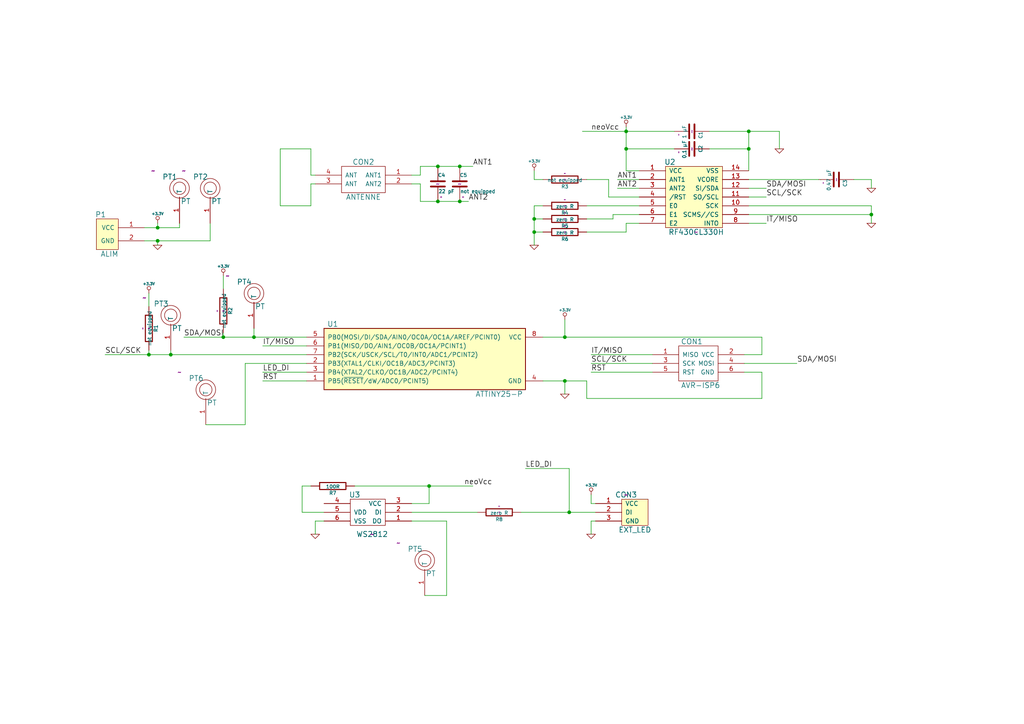
<source format=kicad_sch>
(kicad_sch (version 20230121) (generator eeschema)
  (paper "A4")
  (title_block (title "Schema Proto BuddiesJewel") (date "3 dec 2013") (rev "1.4") (company "BuddiesProjects"))
  (lib_symbols
    (symbol "BuddiesJewel-rescue:+3,3V" (power) (pin_names (offset 0))
      (property "Value" "+3,3V" (at 0 2.794 0))
      (symbol "+3,3V_0_0"
        (pin power_in line (at 0 0 90) (length 0) hide (name "+3.3V") (number "1"))
      )
      (symbol "+3,3V_0_1"
        (polyline (pts (xy 0 0) (xy 0 1.016) (xy 0 1.016)))
        (circle (center 0 1.524) (radius 0.508))
      )
    )
    (symbol "BuddiesJewel-rescue:+3.3V" (power) (pin_names (offset 0))
      (property "Value" "+3.3V" (at 0 2.794 0))
      (symbol "+3.3V_0_0"
        (pin power_in line (at 0 0 90) (length 0) hide (name "+3.3V") (number "1"))
      )
      (symbol "+3.3V_0_1"
        (polyline (pts (xy 0 0) (xy 0 1.016) (xy 0 1.016)))
        (circle (center 0 1.524) (radius 0.508))
      )
    )
    (symbol "BuddiesJewel-rescue:ALIM" (pin_names (offset 1.016))
      (property "Reference" "P" (at 0 -1.27 0))
      (property "Value" "ALIM" (at 2.54 -12.7 0))
      (symbol "ALIM_0_1"
        (rectangle (start 5.08 -2.54) (end -1.27 -11.43) (fill (type background)))
      )
      (symbol "ALIM_1_1"
        (pin power_in line (at 12.7 -5.08 180) (length 7.62) (name "VCC") (number "1"))
        (pin power_in line (at 12.7 -8.89 180) (length 7.62) (name "GND") (number "2"))
      )
    )
    (symbol "BuddiesJewel-rescue:ANTENNE" (pin_names (offset 1.016))
      (property "Reference" "CON" (at -1.27 2.54 0))
      (property "Value" "ANTENNE" (at -1.27 -7.62 0))
      (symbol "ANTENNE_0_1"
        (rectangle (start 5.08 1.27) (end -7.62 -6.35))
      )
      (symbol "ANTENNE_1_1"
        (pin input line (at 12.7 -1.27 180) (length 7.62) (name "ANT1") (number "1"))
        (pin input line (at 12.7 -3.81 180) (length 7.62) (name "ANT2") (number "2"))
        (pin input line (at -15.24 -3.81 0) (length 7.62) (name "ANT") (number "3"))
        (pin input line (at -15.24 -1.27 0) (length 7.62) (name "ANT") (number "4"))
      )
    )
    (symbol "BuddiesJewel-rescue:ATTINY25-P" (pin_names (offset 1.016))
      (property "Reference" "IC" (at -26.67 10.16 0))
      (property "Value" "ATTINY25-P" (at 21.59 -10.16 0))
      (symbol "ATTINY25-P_0_1"
        (rectangle (start -29.21 8.89) (end 29.21 -8.89) (stroke (width 0.254)) (fill (type background)))
      )
      (symbol "ATTINY25-P_1_1"
        (pin bidirectional line (at -34.29 -6.35 0) (length 5.08) (name "PB5(~{RESET}/dW/ADC0/PCINT5)") (number "1"))
        (pin bidirectional line (at -34.29 -1.27 0) (length 5.08) (name "PB3(XTAL1/CLKI/OC1B/ADC3/PCINT3)") (number "2"))
        (pin bidirectional line (at -34.29 -3.81 0) (length 5.08) (name "PB4(XTAL2/CLKO/OC1B/ADC2/PCINT4)") (number "3"))
        (pin power_in line (at 34.29 -6.35 180) (length 5.08) (name "GND") (number "4"))
        (pin bidirectional line (at -34.29 6.35 0) (length 5.08) (name "PB0(MOSI/DI/SDA/AIN0/OC0A/OC1A/AREF/PCINT0)") (number "5"))
        (pin bidirectional line (at -34.29 3.81 0) (length 5.08) (name "PB1(MISO/DO/AIN1/OC0B/OC1A/PCINT1)") (number "6"))
        (pin bidirectional line (at -34.29 1.27 0) (length 5.08) (name "PB2(SCK/USCK/SCL/T0/INT0/ADC1/PCINT2)") (number "7"))
        (pin power_in line (at 34.29 6.35 180) (length 5.08) (name "VCC") (number "8"))
      )
    )
    (symbol "BuddiesJewel-rescue:AVR-ISP6" (pin_names (offset 1.016))
      (property "Reference" "CON" (at 0 0 0))
      (property "Value" "AVR-ISP6" (at 2.54 -12.7 0))
      (symbol "AVR-ISP6_0_1"
        (rectangle (start -3.81 -1.27) (end 7.62 -11.43))
      )
      (symbol "AVR-ISP6_1_1"
        (pin input line (at -11.43 -3.81 0) (length 7.62) (name "MISO") (number "1"))
        (pin input line (at 15.24 -3.81 180) (length 7.62) (name "VCC") (number "2"))
        (pin input line (at -11.43 -6.35 0) (length 7.62) (name "SCK") (number "3"))
        (pin input line (at 15.24 -6.35 180) (length 7.62) (name "MOSI") (number "4"))
        (pin input line (at -11.43 -8.89 0) (length 7.62) (name "RST") (number "5"))
        (pin input line (at 15.24 -8.89 180) (length 7.62) (name "GND") (number "6"))
      )
    )
    (symbol "BuddiesJewel-rescue:C" (pin_numbers hide) (pin_names (offset 0.254))
      (property "Reference" "C" (at 0 2.54 0))
      (property "Value" "C" (at 0.1524 -2.159 0))
      (symbol "C_0_1"
        (polyline (pts (xy -2.032 -0.762) (xy 2.032 -0.762)) (stroke (width 0.508)))
        (polyline (pts (xy -2.032 0.762) (xy 2.032 0.762)) (stroke (width 0.508)))
      )
      (symbol "C_1_1"
        (pin passive line (at 0 5.08 270) (length 4.318) (name "~") (number "1"))
        (pin passive line (at 0 -5.08 90) (length 4.318) (name "~") (number "2"))
      )
    )
    (symbol "BuddiesJewel-rescue:EXT_LED" (pin_names (offset 1.016))
      (property "Reference" "D" (at -2.54 0 0))
      (property "Value" "EXT_LED" (at 0 -10.16 0))
      (symbol "EXT_LED_0_1"
        (rectangle (start -3.81 -1.27) (end 3.81 -8.89) (fill (type background)))
      )
      (symbol "EXT_LED_1_1"
        (pin input line (at -11.43 -2.54 0) (length 7.62) (name "VCC") (number "1"))
        (pin input line (at -11.43 -5.08 0) (length 7.62) (name "DI") (number "2"))
        (pin input line (at -11.43 -7.62 0) (length 7.62) (name "GND") (number "3"))
      )
    )
    (symbol "BuddiesJewel-rescue:GND" (power) (pin_names (offset 0))
      (symbol "GND_0_1"
        (polyline (pts (xy -1.27 0) (xy 0 -1.27) (xy 1.27 0) (xy -1.27 0)))
      )
      (symbol "GND_1_1"
        (pin power_in line (at 0 0 90) (length 0) hide (name "GND") (number "1"))
      )
    )
    (symbol "BuddiesJewel-rescue:PT" (pin_names (offset 1.016))
      (property "Reference" "U" (at -2.794 4.572 0))
      (property "Value" "PT" (at 1.778 -2.54 0))
      (symbol "PT_0_1"
        (circle (center 0 1.27) (radius 1.8034))
        (circle (center 0 1.27) (radius 2.8448))
      )
      (symbol "PT_1_1"
        (pin input line (at 0 -8.89 90) (length 7.62) (name "T") (number "1"))
      )
    )
    (symbol "BuddiesJewel-rescue:R" (pin_numbers hide) (pin_names (offset 0))
      (property "Reference" "R" (at 2.032 0 90))
      (property "Value" "R" (at 0.1778 0.0254 90))
      (symbol "R_0_1"
        (rectangle (start -1.016 3.81) (end 1.016 -3.81) (stroke (width 0.3048)))
      )
      (symbol "R_1_1"
        (pin passive line (at 0 6.35 270) (length 2.54) (name "~") (number "1"))
        (pin passive line (at 0 -6.35 90) (length 2.54) (name "~") (number "2"))
      )
    )
    (symbol "BuddiesJewel-rescue:RF430CL330H" (pin_names (offset 1.016))
      (property "Reference" "U" (at -5.08 -1.27 0))
      (property "Value" "RF430CL330H" (at 2.54 -21.59 0))
      (symbol "RF430CL330H_0_1"
        (rectangle (start -6.35 -2.54) (end 10.16 -20.32) (fill (type background)))
      )
      (symbol "RF430CL330H_1_1"
        (pin power_in line (at -13.97 -3.81 0) (length 7.62) (name "VCC") (number "1"))
        (pin input line (at 17.78 -13.97 180) (length 7.62) (name "SCK") (number "10"))
        (pin input line (at 17.78 -11.43 180) (length 7.62) (name "SO/SCL") (number "11"))
        (pin input line (at 17.78 -8.89 180) (length 7.62) (name "SI/SDA") (number "12"))
        (pin input line (at 17.78 -6.35 180) (length 7.62) (name "VCORE") (number "13"))
        (pin input line (at 17.78 -3.81 180) (length 7.62) (name "VSS") (number "14"))
        (pin input line (at -13.97 -6.35 0) (length 7.62) (name "ANT1") (number "2"))
        (pin input line (at -13.97 -8.89 0) (length 7.62) (name "ANT2") (number "3"))
        (pin input line (at -13.97 -11.43 0) (length 7.62) (name "/RST") (number "4"))
        (pin input line (at -13.97 -13.97 0) (length 7.62) (name "E0") (number "5"))
        (pin input line (at -13.97 -16.51 0) (length 7.62) (name "E1") (number "6"))
        (pin input line (at -13.97 -19.05 0) (length 7.62) (name "E2") (number "7"))
        (pin input line (at 17.78 -19.05 180) (length 7.62) (name "INTO") (number "8"))
        (pin input line (at 17.78 -16.51 180) (length 7.62) (name "SCMS//CS") (number "9"))
      )
    )
    (symbol "BuddiesJewel-rescue:WS2812" (pin_names (offset 1.016))
      (property "Reference" "D" (at -2.54 -1.27 0))
      (property "Value" "WS2812" (at 2.54 -12.7 0))
      (symbol "WS2812_0_1"
        (rectangle (start -3.81 -10.16) (end 6.35 -2.54))
      )
      (symbol "WS2812_1_1"
        (pin input line (at 13.97 -8.89 180) (length 7.62) (name "DO") (number "1"))
        (pin input line (at 13.97 -6.35 180) (length 7.62) (name "DI") (number "2"))
        (pin input line (at 13.97 -3.81 180) (length 7.62) (name "VCC") (number "3"))
        (pin input line (at -11.43 -3.81 0) (length 7.62) (name "~") (number "4"))
        (pin input line (at -11.43 -6.35 0) (length 7.62) (name "VDD") (number "5"))
        (pin input line (at -11.43 -8.89 0) (length 7.62) (name "VSS") (number "6"))
      )
    )
  )
  (junction (at 124.46 140.97))
  (junction (at 45.72 69.85))
  (junction (at 165.1 148.59))
  (junction (at 154.94 67.31))
  (junction (at 64.77 97.79))
  (junction (at 154.94 63.5))
  (junction (at 217.17 38.1))
  (junction (at 49.53 102.87))
  (junction (at 127 58.42))
  (junction (at 252.73 62.23))
  (junction (at 217.17 43.18))
  (junction (at 133.35 58.42))
  (junction (at 73.66 97.79))
  (junction (at 43.18 102.87))
  (junction (at 45.72 66.04))
  (junction (at 181.61 43.18))
  (junction (at 163.83 97.79))
  (junction (at 181.61 38.1))
  (junction (at 127 48.26))
  (junction (at 163.83 110.49))
  (junction (at 133.35 48.26))
  (wire (pts (xy 154.94 52.07) (xy 157.48 52.07)))
  (wire (pts (xy 220.98 102.87) (xy 215.9 102.87)))
  (wire (pts (xy 88.9 105.41) (xy 71.12 105.41)))
  (wire (pts (xy 43.18 101.6) (xy 43.18 102.87)))
  (wire (pts (xy 181.61 36.83) (xy 181.61 38.1)))
  (wire (pts (xy 138.43 148.59) (xy 119.38 148.59)))
  (wire (pts (xy 217.17 43.18) (xy 217.17 49.53)))
  (wire (pts (xy 170.18 52.07) (xy 176.53 52.07)))
  (wire (pts (xy 119.38 50.8) (xy 121.92 50.8)))
  (wire (pts (xy 217.17 38.1) (xy 217.17 43.18)))
  (wire (pts (xy 60.96 69.85) (xy 60.96 64.77)))
  (wire (pts (xy 226.06 38.1) (xy 226.06 43.18)))
  (wire (pts (xy 88.9 100.33) (xy 76.2 100.33)))
  (wire (pts (xy 252.73 62.23) (xy 252.73 64.77)))
  (wire (pts (xy 217.17 62.23) (xy 252.73 62.23)))
  (wire (pts (xy 163.83 110.49) (xy 170.18 110.49)))
  (wire (pts (xy 121.92 50.8) (xy 121.92 48.26)))
  (wire (pts (xy 185.42 54.61) (xy 179.07 54.61)))
  (wire (pts (xy 154.94 49.53) (xy 154.94 52.07)))
  (wire (pts (xy 215.9 107.95) (xy 220.98 107.95)))
  (wire (pts (xy 81.28 43.18) (xy 90.17 43.18)))
  (wire (pts (xy 87.63 140.97) (xy 87.63 148.59)))
  (wire (pts (xy 205.74 38.1) (xy 217.17 38.1)))
  (wire (pts (xy 91.44 151.13) (xy 91.44 154.94)))
  (wire (pts (xy 171.45 143.51) (xy 171.45 146.05)))
  (wire (pts (xy 163.83 97.79) (xy 220.98 97.79)))
  (wire (pts (xy 215.9 105.41) (xy 231.14 105.41)))
  (wire (pts (xy 127 58.42) (xy 133.35 58.42)))
  (wire (pts (xy 168.91 38.1) (xy 181.61 38.1)))
  (wire (pts (xy 154.94 59.69) (xy 157.48 59.69)))
  (wire (pts (xy 93.98 151.13) (xy 91.44 151.13)))
  (wire (pts (xy 88.9 107.95) (xy 76.2 107.95)))
  (wire (pts (xy 217.17 38.1) (xy 226.06 38.1)))
  (wire (pts (xy 91.44 53.34) (xy 90.17 53.34)))
  (wire (pts (xy 176.53 52.07) (xy 176.53 57.15)))
  (wire (pts (xy 238.0488 52.1208) (xy 238.0488 52.1716)))
  (wire (pts (xy 119.38 53.34) (xy 121.92 53.34)))
  (wire (pts (xy 157.48 97.79) (xy 163.83 97.79)))
  (wire (pts (xy 151.13 148.59) (xy 165.1 148.59)))
  (wire (pts (xy 237.49 52.07) (xy 217.17 52.07)))
  (wire (pts (xy 90.17 50.8) (xy 91.44 50.8)))
  (wire (pts (xy 53.34 97.79) (xy 64.77 97.79)))
  (wire (pts (xy 41.91 66.04) (xy 45.72 66.04)))
  (wire (pts (xy 64.77 80.01) (xy 64.77 83.82)))
  (wire (pts (xy 181.61 38.1) (xy 195.58 38.1)))
  (wire (pts (xy 45.72 69.85) (xy 45.72 71.12)))
  (wire (pts (xy 220.98 97.79) (xy 220.98 102.87)))
  (wire (pts (xy 43.18 85.09) (xy 43.18 88.9)))
  (wire (pts (xy 252.73 59.69) (xy 252.73 62.23)))
  (wire (pts (xy 171.45 151.13) (xy 172.72 151.13)))
  (wire (pts (xy 170.18 67.31) (xy 181.61 67.31)))
  (wire (pts (xy 217.17 64.77) (xy 222.25 64.77)))
  (wire (pts (xy 181.61 64.77) (xy 185.42 64.77)))
  (wire (pts (xy 170.18 59.69) (xy 185.42 59.69)))
  (wire (pts (xy 127 48.26) (xy 133.35 48.26)))
  (wire (pts (xy 73.66 97.79) (xy 73.66 95.25)))
  (wire (pts (xy 81.28 59.69) (xy 81.28 43.18)))
  (wire (pts (xy 73.66 97.79) (xy 88.9 97.79)))
  (wire (pts (xy 252.73 54.61) (xy 252.73 52.07)))
  (wire (pts (xy 64.77 96.52) (xy 64.77 97.79)))
  (wire (pts (xy 177.8 62.23) (xy 177.8 63.5)))
  (wire (pts (xy 157.48 67.31) (xy 154.94 67.31)))
  (wire (pts (xy 87.63 148.59) (xy 93.98 148.59)))
  (wire (pts (xy 170.18 115.57) (xy 170.18 110.49)))
  (wire (pts (xy 90.17 43.18) (xy 90.17 50.8)))
  (wire (pts (xy 154.94 59.69) (xy 154.94 63.5)))
  (wire (pts (xy 121.92 48.26) (xy 127 48.26)))
  (wire (pts (xy 45.72 66.04) (xy 45.72 64.77)))
  (wire (pts (xy 165.1 148.59) (xy 165.1 135.89)))
  (wire (pts (xy 90.17 140.97) (xy 87.63 140.97)))
  (wire (pts (xy 185.42 52.07) (xy 179.07 52.07)))
  (wire (pts (xy 154.94 63.5) (xy 157.48 63.5)))
  (wire (pts (xy 88.9 110.49) (xy 76.2 110.49)))
  (wire (pts (xy 205.74 43.18) (xy 217.17 43.18)))
  (wire (pts (xy 133.35 48.26) (xy 137.16 48.26)))
  (wire (pts (xy 181.61 38.1) (xy 181.61 43.18)))
  (wire (pts (xy 154.94 63.5) (xy 154.94 67.31)))
  (wire (pts (xy 52.07 66.04) (xy 52.07 64.77)))
  (wire (pts (xy 189.23 107.95) (xy 171.45 107.95)))
  (wire (pts (xy 121.92 58.42) (xy 127 58.42)))
  (wire (pts (xy 90.17 53.34) (xy 90.17 59.69)))
  (wire (pts (xy 129.54 151.13) (xy 129.54 172.72)))
  (wire (pts (xy 181.61 49.53) (xy 185.42 49.53)))
  (wire (pts (xy 176.53 57.15) (xy 185.42 57.15)))
  (wire (pts (xy 45.72 66.04) (xy 52.07 66.04)))
  (wire (pts (xy 49.53 101.6) (xy 49.53 102.87)))
  (wire (pts (xy 181.61 43.18) (xy 181.61 49.53)))
  (wire (pts (xy 154.94 67.31) (xy 154.94 71.12)))
  (wire (pts (xy 171.45 146.05) (xy 172.72 146.05)))
  (wire (pts (xy 220.98 115.57) (xy 170.18 115.57)))
  (wire (pts (xy 220.98 107.95) (xy 220.98 115.57)))
  (wire (pts (xy 124.46 146.05) (xy 119.38 146.05)))
  (wire (pts (xy 195.58 43.18) (xy 181.61 43.18)))
  (wire (pts (xy 163.83 97.79) (xy 163.83 92.71)))
  (wire (pts (xy 90.17 59.69) (xy 81.28 59.69)))
  (wire (pts (xy 64.77 97.79) (xy 73.66 97.79)))
  (wire (pts (xy 157.48 110.49) (xy 163.83 110.49)))
  (wire (pts (xy 119.38 151.13) (xy 129.54 151.13)))
  (wire (pts (xy 189.23 105.41) (xy 171.45 105.41)))
  (wire (pts (xy 129.54 172.72) (xy 123.19 172.72)))
  (wire (pts (xy 165.1 148.59) (xy 172.72 148.59)))
  (wire (pts (xy 121.92 53.34) (xy 121.92 58.42)))
  (wire (pts (xy 185.42 62.23) (xy 177.8 62.23)))
  (wire (pts (xy 71.12 105.41) (xy 71.12 123.19)))
  (wire (pts (xy 181.61 67.31) (xy 181.61 64.77)))
  (wire (pts (xy 41.91 69.85) (xy 45.72 69.85)))
  (wire (pts (xy 163.83 110.49) (xy 163.83 114.3)))
  (wire (pts (xy 102.87 140.97) (xy 124.46 140.97)))
  (wire (pts (xy 124.46 140.97) (xy 124.46 146.05)))
  (wire (pts (xy 49.53 102.87) (xy 88.9 102.87)))
  (wire (pts (xy 165.1 135.89) (xy 152.4 135.89)))
  (wire (pts (xy 45.72 69.85) (xy 60.96 69.85)))
  (wire (pts (xy 189.23 102.87) (xy 171.45 102.87)))
  (wire (pts (xy 133.35 58.42) (xy 135.89 58.42)))
  (wire (pts (xy 217.17 59.69) (xy 252.73 59.69)))
  (wire (pts (xy 177.8 63.5) (xy 170.18 63.5)))
  (wire (pts (xy 43.18 102.87) (xy 49.53 102.87)))
  (wire (pts (xy 252.73 52.07) (xy 247.65 52.07)))
  (wire (pts (xy 171.45 154.94) (xy 171.45 151.13)))
  (wire (pts (xy 30.48 102.87) (xy 43.18 102.87)))
  (wire (pts (xy 217.17 57.15) (xy 222.25 57.15)))
  (wire (pts (xy 217.17 54.61) (xy 222.25 54.61)))
  (wire (pts (xy 71.12 123.19) (xy 59.69 123.19)))
  (wire (pts (xy 124.46 140.97) (xy 137.16 140.97)))
  (label "LED_DI" (at 76.2 107.95 0) (effects (font (size 1.524 1.524))))
  (label "SDA/MOSI" (at 222.25 54.61 0) (effects (font (size 1.524 1.524))))
  (label "LED_DI" (at 152.4 135.89 0) (effects (font (size 1.524 1.524))))
  (label "SCL/SCK" (at 171.45 105.41 0) (effects (font (size 1.524 1.524))))
  (label "neoVcc" (at 171.45 38.1 0) (effects (font (size 1.524 1.524))))
  (label "IT/MISO" (at 171.45 102.87 0) (effects (font (size 1.524 1.524))))
  (label "neoVcc" (at 134.62 140.97 0) (effects (font (size 1.524 1.524))))
  (label "IT/MISO" (at 222.25 64.77 0) (effects (font (size 1.524 1.524))))
  (label "SCL/SCK" (at 30.48 102.87 0) (effects (font (size 1.524 1.524))))
  (label "ANT1" (at 179.07 52.07 0) (effects (font (size 1.524 1.524))))
  (label "ANT2" (at 135.89 58.42 0) (effects (font (size 1.524 1.524))))
  (label "SCL/SCK" (at 222.25 57.15 0) (effects (font (size 1.524 1.524))))
  (label "SDA/MOSI" (at 231.14 105.41 0) (effects (font (size 1.524 1.524))))
  (label "IT/MISO" (at 76.2 100.33 0) (effects (font (size 1.524 1.524))))
  (label "RST" (at 76.2 110.49 0) (effects (font (size 1.524 1.524))))
  (label "ANT2" (at 179.07 54.61 0) (effects (font (size 1.524 1.524))))
  (label "ANT1" (at 137.16 48.26 0) (effects (font (size 1.524 1.524))))
  (label "RST" (at 171.45 107.95 0) (effects (font (size 1.524 1.524))))
  (label "SDA/MOSI" (at 53.34 97.79 0) (effects (font (size 1.524 1.524))))
  (symbol (lib_id "BuddiesJewel-rescue:RF430CL330H") (at 199.39 45.72 0) (unit 1)
    (property "Reference" "U2" (at 194.31 46.99 0) (effects (font (size 1.524 1.524))))
    (property "Value" "RF430CL330H" (at 201.93 67.31 0) (effects (font (size 1.524 1.524))))
    (property "Footprint" "~" (at 201.93 67.31 0) (effects (font (size 1.524 1.524))))
  )
  (symbol (lib_id "BuddiesJewel-rescue:ALIM") (at 29.21 60.96 0) (unit 1)
    (property "Reference" "P1" (at 29.21 62.23 0) (effects (font (size 1.524 1.524))))
    (property "Value" "ALIM" (at 31.75 73.66 0) (effects (font (size 1.524 1.524))))
  )
  (symbol (lib_id "BuddiesJewel-rescue:+3.3V") (at 45.72 64.77 0) (unit 1)
    (property "Reference" "#PWR01" (effects hide))
    (property "Value" "+3.3V" (at 45.72 61.976 0) (effects (font (size 0.762 0.762))))
  )
  (symbol (lib_id "BuddiesJewel-rescue:GND") (at 45.72 71.12 0) (unit 1)
    (property "Reference" "#PWR02" (effects hide))
    (property "Value" "GND" (effects hide))
  )
  (symbol (lib_id "BuddiesJewel-rescue:+3.3V") (at 181.61 36.83 0) (unit 1)
    (property "Reference" "#PWR03" (effects hide))
    (property "Value" "+3.3V" (at 181.61 34.036 0) (effects (font (size 0.762 0.762))))
  )
  (symbol (lib_id "BuddiesJewel-rescue:GND") (at 226.06 43.18 0) (unit 1)
    (property "Reference" "#PWR04" (effects hide))
    (property "Value" "GND" (effects hide))
  )
  (symbol (lib_id "BuddiesJewel-rescue:C") (at 200.66 38.1 270) (unit 1)
    (property "Reference" "C1" (at 203.2 38.1 0) (effects (font (size 1.016 1.016)) (justify left)))
    (property "Value" "1 µF" (at 198.501 38.2524 0) (effects (font (size 1.016 1.016))))
    (property "Footprint" "~" (at 196.85 39.0652 0) (effects (font (size 0.762 0.762))))
    (property "Datasheet" "~" (at 200.66 38.1 0) (effects (font (size 1.524 1.524))))
  )
  (symbol (lib_id "BuddiesJewel-rescue:C") (at 200.66 43.18 270) (unit 1)
    (property "Reference" "C2" (at 203.2 43.18 0) (effects (font (size 1.016 1.016))))
    (property "Value" "0,1 µF" (at 198.501 43.3324 0) (effects (font (size 1.016 1.016))))
    (property "Footprint" "~" (at 196.85 44.1452 0) (effects (font (size 0.762 0.762))))
    (property "Datasheet" "~" (at 200.66 43.18 0) (effects (font (size 1.524 1.524))))
  )
  (symbol (lib_id "BuddiesJewel-rescue:GND") (at 252.73 64.77 0) (unit 1)
    (property "Reference" "#PWR05" (effects hide))
    (property "Value" "GND" (effects hide))
  )
  (symbol (lib_id "BuddiesJewel-rescue:R") (at 163.83 52.07 270) (unit 1)
    (property "Reference" "R3" (at 163.83 54.102 90) (effects (font (size 1.016 1.016))))
    (property "Value" "not equipped" (at 163.8554 52.2478 90) (effects (font (size 1.016 1.016))))
    (property "Footprint" "~" (at 163.83 50.292 90) (effects (font (size 0.762 0.762))))
    (property "Datasheet" "~" (at 163.83 52.07 0) (effects (font (size 0.762 0.762))))
  )
  (symbol (lib_id "BuddiesJewel-rescue:+3.3V") (at 154.94 49.53 0) (unit 1)
    (property "Reference" "#PWR06" (effects hide))
    (property "Value" "+3.3V" (at 154.94 46.736 0) (effects (font (size 0.762 0.762))))
  )
  (symbol (lib_id "BuddiesJewel-rescue:GND") (at 154.94 71.12 0) (unit 1)
    (property "Reference" "#PWR07" (effects hide))
    (property "Value" "GND" (effects hide))
  )
  (symbol (lib_id "BuddiesJewel-rescue:R") (at 163.83 59.69 270) (unit 1)
    (property "Reference" "R4" (at 163.83 61.722 90) (effects (font (size 1.016 1.016))))
    (property "Value" "zero R" (at 163.8554 59.8678 90) (effects (font (size 1.016 1.016))))
    (property "Footprint" "~" (at 163.83 57.912 90) (effects (font (size 0.762 0.762))))
    (property "Datasheet" "~" (at 163.83 59.69 0) (effects (font (size 0.762 0.762))))
  )
  (symbol (lib_id "BuddiesJewel-rescue:R") (at 163.83 63.5 270) (unit 1)
    (property "Reference" "R5" (at 163.83 65.532 90) (effects (font (size 1.016 1.016))))
    (property "Value" "zero R" (at 163.8554 63.6778 90) (effects (font (size 1.016 1.016))))
    (property "Footprint" "~" (at 163.83 61.722 90) (effects (font (size 0.762 0.762))))
    (property "Datasheet" "~" (at 163.83 63.5 0) (effects (font (size 0.762 0.762))))
  )
  (symbol (lib_id "BuddiesJewel-rescue:R") (at 163.83 67.31 270) (unit 1)
    (property "Reference" "R6" (at 163.83 69.342 90) (effects (font (size 1.016 1.016))))
    (property "Value" "zero R" (at 163.8554 67.4878 90) (effects (font (size 1.016 1.016))))
    (property "Footprint" "~" (at 163.83 65.532 90) (effects (font (size 0.762 0.762))))
    (property "Datasheet" "~" (at 163.83 67.31 0) (effects (font (size 0.762 0.762))))
  )
  (symbol (lib_id "BuddiesJewel-rescue:PT") (at 52.07 55.88 0) (unit 1)
    (property "Reference" "PT1" (at 49.276 51.308 0) (effects (font (size 1.524 1.524))))
    (property "Value" "PT" (at 53.848 58.42 0) (effects (font (size 1.524 1.524))))
    (property "Footprint" "~" (at 44.45 49.53 0) (effects (font (size 1.524 1.524))))
    (property "Datasheet" "~" (at 44.45 49.53 0) (effects (font (size 1.524 1.524))))
  )
  (symbol (lib_id "BuddiesJewel-rescue:PT") (at 60.96 55.88 0) (unit 1)
    (property "Reference" "PT2" (at 58.166 51.308 0) (effects (font (size 1.524 1.524))))
    (property "Value" "PT" (at 62.738 58.42 0) (effects (font (size 1.524 1.524))))
    (property "Footprint" "~" (at 53.34 49.53 0) (effects (font (size 1.524 1.524))))
    (property "Datasheet" "~" (at 53.34 49.53 0) (effects (font (size 1.524 1.524))))
  )
  (symbol (lib_id "BuddiesJewel-rescue:WS2812") (at 105.41 142.24 0) (unit 1)
    (property "Reference" "U3" (at 102.87 143.51 0) (effects (font (size 1.524 1.524))))
    (property "Value" "WS2812" (at 107.95 154.94 0) (effects (font (size 1.524 1.524))))
    (property "Footprint" "~" (at 107.95 154.94 0) (effects (font (size 1.524 1.524))))
    (property "Datasheet" "~" (at 107.95 154.94 0) (effects (font (size 1.524 1.524))))
  )
  (symbol (lib_id "BuddiesJewel-rescue:GND") (at 91.44 154.94 0) (unit 1)
    (property "Reference" "#PWR08" (effects hide))
    (property "Value" "GND" (effects hide))
  )
  (symbol (lib_id "BuddiesJewel-rescue:ATTINY25-P") (at 123.19 104.14 0) (unit 1)
    (property "Reference" "U1" (at 96.52 93.98 0) (effects (font (size 1.524 1.524))))
    (property "Value" "ATTINY25-P" (at 144.78 114.3 0) (effects (font (size 1.524 1.524))))
    (property "Footprint" "DIP8" (effects hide))
  )
  (symbol (lib_id "BuddiesJewel-rescue:+3,3V") (at 43.18 85.09 0) (unit 1)
    (property "Reference" "#PWR09" (effects hide))
    (property "Value" "+3,3V" (at 43.18 82.296 0) (effects (font (size 0.762 0.762))))
  )
  (symbol (lib_id "BuddiesJewel-rescue:+3,3V") (at 64.77 80.01 0) (unit 1)
    (property "Reference" "#PWR010" (effects hide))
    (property "Value" "+3,3V" (at 64.77 77.216 0) (effects (font (size 0.762 0.762))))
  )
  (symbol (lib_id "BuddiesJewel-rescue:R") (at 43.18 95.25 0) (unit 1)
    (property "Reference" "R1" (at 45.212 95.25 90) (effects (font (size 1.016 1.016))))
    (property "Value" "not equipped" (at 43.3578 95.2246 90) (effects (font (size 1.016 1.016))))
    (property "Footprint" "~" (at 41.402 95.25 90) (effects (font (size 0.762 0.762))))
    (property "Datasheet" "~" (at 43.18 95.25 0) (effects (font (size 0.762 0.762))))
  )
  (symbol (lib_id "BuddiesJewel-rescue:R") (at 64.77 90.17 0) (unit 1)
    (property "Reference" "R2" (at 66.802 90.17 90) (effects (font (size 1.016 1.016))))
    (property "Value" "not equipped" (at 64.9478 90.1446 90) (effects (font (size 1.016 1.016))))
    (property "Footprint" "~" (at 62.992 90.17 90) (effects (font (size 0.762 0.762))))
    (property "Datasheet" "~" (at 64.77 90.17 0) (effects (font (size 0.762 0.762))))
  )
  (symbol (lib_id "BuddiesJewel-rescue:PT") (at 49.53 92.71 0) (unit 1)
    (property "Reference" "PT3" (at 46.736 88.138 0) (effects (font (size 1.524 1.524))))
    (property "Value" "PT" (at 51.308 95.25 0) (effects (font (size 1.524 1.524))))
    (property "Footprint" "~" (at 41.91 86.36 0) (effects (font (size 1.524 1.524))))
    (property "Datasheet" "~" (at 41.91 86.36 0) (effects (font (size 1.524 1.524))))
  )
  (symbol (lib_id "BuddiesJewel-rescue:PT") (at 73.66 86.36 0) (unit 1)
    (property "Reference" "PT4" (at 70.866 81.788 0) (effects (font (size 1.524 1.524))))
    (property "Value" "PT" (at 75.438 88.9 0) (effects (font (size 1.524 1.524))))
    (property "Footprint" "~" (at 66.04 80.01 0) (effects (font (size 1.524 1.524))))
    (property "Datasheet" "~" (at 66.04 80.01 0) (effects (font (size 1.524 1.524))))
  )
  (symbol (lib_id "BuddiesJewel-rescue:+3,3V") (at 163.83 92.71 0) (unit 1)
    (property "Reference" "#PWR011" (effects hide))
    (property "Value" "+3,3V" (at 163.83 89.916 0) (effects (font (size 0.762 0.762))))
  )
  (symbol (lib_id "BuddiesJewel-rescue:GND") (at 163.83 114.3 0) (unit 1)
    (property "Reference" "#PWR012" (effects hide))
    (property "Value" "GND" (effects hide))
  )
  (symbol (lib_id "BuddiesJewel-rescue:AVR-ISP6") (at 200.66 99.06 0) (unit 1)
    (property "Reference" "CON1" (at 200.66 99.06 0) (effects (font (size 1.524 1.524))))
    (property "Value" "AVR-ISP6" (at 203.2 111.76 0) (effects (font (size 1.524 1.524))))
  )
  (symbol (lib_id "BuddiesJewel-rescue:C") (at 242.57 52.07 270) (unit 1)
    (property "Reference" "C3" (at 245.11 52.07 0) (effects (font (size 1.016 1.016)) (justify left)))
    (property "Value" "0,47 µF" (at 240.411 52.2224 0) (effects (font (size 1.016 1.016))))
    (property "Footprint" "~" (at 238.76 53.0352 0) (effects (font (size 0.762 0.762))))
    (property "Datasheet" "~" (at 242.57 52.07 0) (effects (font (size 1.524 1.524))))
  )
  (symbol (lib_id "BuddiesJewel-rescue:GND") (at 252.73 54.61 0) (unit 1)
    (property "Reference" "#PWR013" (effects hide))
    (property "Value" "GND" (effects hide))
  )
  (symbol (lib_id "BuddiesJewel-rescue:ANTENNE") (at 106.68 49.53 0) (unit 1)
    (property "Reference" "CON2" (at 105.41 46.99 0) (effects (font (size 1.524 1.524))))
    (property "Value" "ANTENNE" (at 105.41 57.15 0) (effects (font (size 1.524 1.524))))
  )
  (symbol (lib_id "BuddiesJewel-rescue:C") (at 127 53.34 0) (unit 1)
    (property "Reference" "C4" (at 127 50.8 0) (effects (font (size 1.016 1.016)) (justify left)))
    (property "Value" "22 pF" (at 127.1524 55.499 0) (effects (font (size 1.016 1.016)) (justify left)))
    (property "Footprint" "~" (at 127.9652 57.15 0) (effects (font (size 0.762 0.762))))
    (property "Datasheet" "~" (at 127 53.34 0) (effects (font (size 1.524 1.524))))
  )
  (symbol (lib_id "BuddiesJewel-rescue:+3.3V") (at 171.45 143.51 0) (unit 1)
    (property "Reference" "#PWR014" (effects hide))
    (property "Value" "+3.3V" (at 171.45 140.716 0) (effects (font (size 0.762 0.762))))
  )
  (symbol (lib_id "BuddiesJewel-rescue:GND") (at 171.45 154.94 0) (unit 1)
    (property "Reference" "#PWR015" (effects hide))
    (property "Value" "GND" (effects hide))
  )
  (symbol (lib_id "BuddiesJewel-rescue:EXT_LED") (at 184.15 143.51 0) (unit 1)
    (property "Reference" "CON3" (at 181.61 143.51 0) (effects (font (size 1.524 1.524))))
    (property "Value" "EXT_LED" (at 184.15 153.67 0) (effects (font (size 1.524 1.524))))
    (property "Footprint" "~" (at 181.61 143.51 0) (effects (font (size 1.524 1.524))))
    (property "Datasheet" "~" (at 181.61 143.51 0) (effects (font (size 1.524 1.524))))
  )
  (symbol (lib_id "BuddiesJewel-rescue:C") (at 133.35 53.34 0) (unit 1)
    (property "Reference" "C5" (at 133.35 50.8 0) (effects (font (size 1.016 1.016)) (justify left)))
    (property "Value" "not equipped" (at 133.5024 55.499 0) (effects (font (size 1.016 1.016)) (justify left)))
    (property "Footprint" "~" (at 134.3152 57.15 0) (effects (font (size 0.762 0.762))))
    (property "Datasheet" "~" (at 133.35 53.34 0) (effects (font (size 1.524 1.524))))
  )
  (symbol (lib_id "BuddiesJewel-rescue:R") (at 96.52 140.97 270) (unit 1)
    (property "Reference" "R7" (at 96.52 143.002 90) (effects (font (size 1.016 1.016))))
    (property "Value" "100R" (at 96.5454 141.1478 90) (effects (font (size 1.016 1.016))))
  )
  (symbol (lib_id "BuddiesJewel-rescue:PT") (at 123.19 163.83 0) (unit 1)
    (property "Reference" "PT5" (at 120.396 159.258 0) (effects (font (size 1.524 1.524))))
    (property "Value" "PT" (at 124.968 166.37 0) (effects (font (size 1.524 1.524))))
    (property "Footprint" "~" (at 115.57 157.48 0) (effects (font (size 1.524 1.524))))
    (property "Datasheet" "~" (at 115.57 157.48 0) (effects (font (size 1.524 1.524))))
  )
  (symbol (lib_id "BuddiesJewel-rescue:PT") (at 59.69 114.3 0) (unit 1)
    (property "Reference" "PT6" (at 56.896 109.728 0) (effects (font (size 1.524 1.524))))
    (property "Value" "PT" (at 61.468 116.84 0) (effects (font (size 1.524 1.524))))
    (property "Footprint" "~" (at 52.07 107.95 0) (effects (font (size 1.524 1.524))))
    (property "Datasheet" "~" (at 52.07 107.95 0) (effects (font (size 1.524 1.524))))
  )
  (symbol (lib_id "BuddiesJewel-rescue:R") (at 144.78 148.59 270) (unit 1)
    (property "Reference" "R8" (at 144.78 150.622 90) (effects (font (size 1.016 1.016))))
    (property "Value" "zero R" (at 144.8054 148.7678 90) (effects (font (size 1.016 1.016))))
    (property "Footprint" "~" (at 144.78 146.812 90) (effects (font (size 0.762 0.762))))
    (property "Datasheet" "~" (at 144.78 148.59 0) (effects (font (size 0.762 0.762))))
  )
)
</source>
